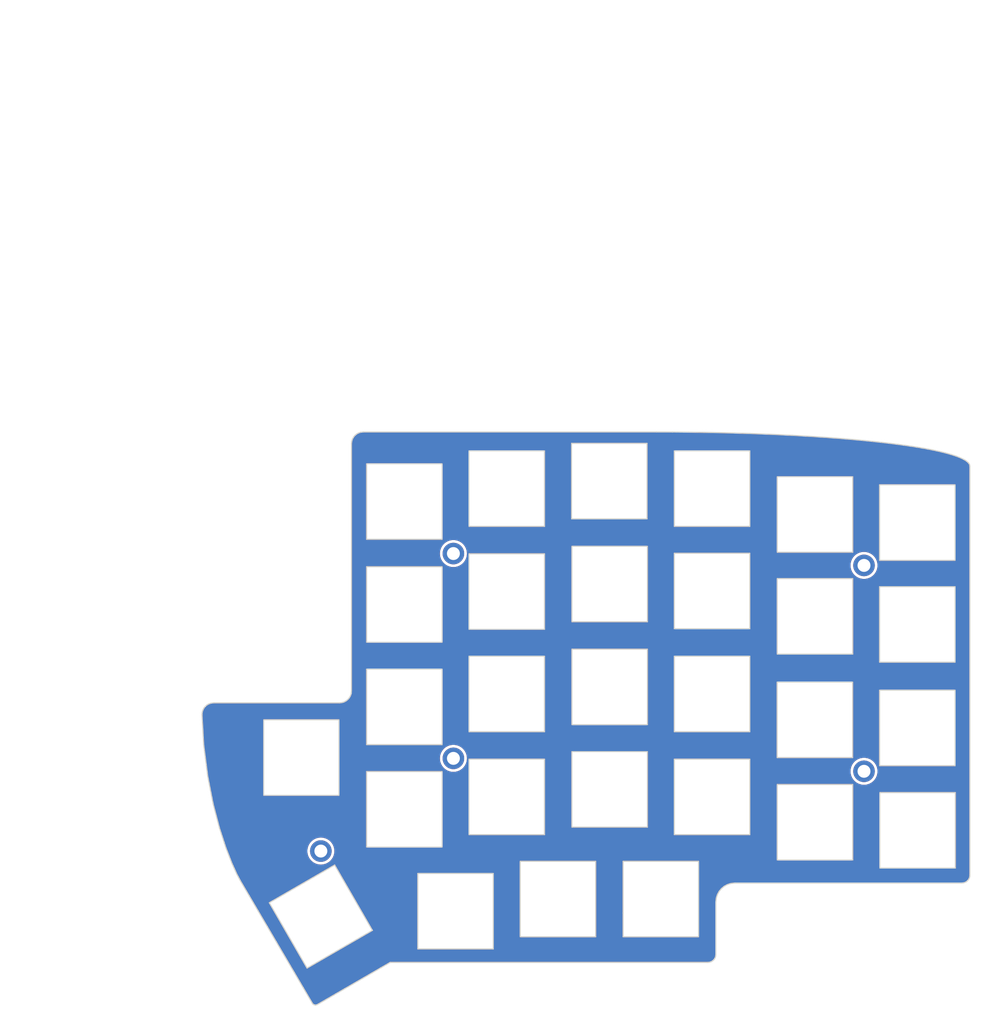
<source format=kicad_pcb>
(kicad_pcb (version 20240108) (generator "pcbnew") (generator_version "8.0")
  (layers (0 "F.Cu" signal) (31 "B.Cu" signal) (34 "B.Paste" user) (35 "F.Paste" user) (36 "B.SilkS" user "B.Silkscreen") (37 "F.SilkS" user "F.Silkscreen") (38 "B.Mask" user) (39 "F.Mask" user) (44 "Edge.Cuts" user))
  (net 0 "")
  (footprint "Lily58-footprint:M2_HOLE_PCB" (layer "F.Cu") (at 129.6 57.7)
    (property "Reference" "REF**" (hide yes))
    (property "Value" "M2_HOLE_PCB")
    (pad "" thru_hole circle (at 0 0) (size 4 4) (drill 2.4) (layers "*.Cu" "*.Mask"))
  )
  (footprint "Lily58-footprint:M2_HOLE_PCB" (layer "F.Cu") (at 205.8 59.9)
    (property "Reference" "REF**" (hide yes))
    (property "Value" "M2_HOLE_PCB")
    (pad "" thru_hole circle (at 0 0) (size 4 4) (drill 2.4) (layers "*.Cu" "*.Mask"))
  )
  (footprint "Lily58-footprint:M2_HOLE_PCB" (layer "F.Cu") (at 205.8 98.1)
    (property "Reference" "REF**" (hide yes))
    (property "Value" "M2_HOLE_PCB")
    (pad "" thru_hole circle (at 0 0) (size 4 4) (drill 2.4) (layers "*.Cu" "*.Mask"))
  )
  (footprint "Lily58-footprint:M2_HOLE_PCB" (layer "F.Cu") (at 129.6 95.7)
    (property "Reference" "REF**" (hide yes))
    (property "Value" "M2_HOLE_PCB")
    (pad "" thru_hole circle (at 0 0) (size 4 4) (drill 2.4) (layers "*.Cu" "*.Mask"))
  )
  (footprint "Lily58-footprint:M2_HOLE_PCB" (layer "F.Cu") (at 105 112.9)
    (property "Reference" "REF**" (hide yes))
    (property "Value" "M2_HOLE_PCB")
    (pad "" thru_hole circle (at 0 0) (size 4 4) (drill 2.4) (layers "*.Cu" "*.Mask"))
  )
  (gr_line (start 225.201917 118.177545) (end 225.018829 118.399497) (stroke (width 0.2)) (layer "Edge.Cuts"))
  (gr_line (start 146.49939 57.749611) (end 146.49939 71.749632) (stroke (width 0.2)) (layer "Edge.Cuts"))
  (gr_line (start 170.600006 76.748342) (end 184.6002 76.748342) (stroke (width 0.2)) (layer "Edge.Cuts"))
  (gr_line (start 187.273528 35.520607) (end 184.568127 35.42085) (stroke (width 0.2)) (layer "Edge.Cuts"))
  (gr_line (start 110.68042 83.193496) (end 110.68042 37.34925) (stroke (width 0.2)) (layer "Edge.Cuts"))
  (gr_line (start 94.399278 88.549371) (end 108.351468 88.549371) (stroke (width 0.2)) (layer "Edge.Cuts"))
  (gr_line (start 141.999031 128.798965) (end 141.999031 114.798944) (stroke (width 0.2)) (layer "Edge.Cuts"))
  (gr_line (start 101.762522 138.311799) (end 103.444199 141.173326) (stroke (width 0.2)) (layer "Edge.Cuts"))
  (gr_line (start 165.600149 75.448293) (end 165.600149 89.448314) (stroke (width 0.2)) (layer "Edge.Cuts"))
  (gr_line (start 175.1 114.8) (end 175.1 128.800465) (stroke (width 0.2)) (layer "Edge.Cuts"))
  (gr_line (start 225.018829 118.399497) (end 224.796877 118.582586) (stroke (width 0.2)) (layer "Edge.Cuts"))
  (gr_line (start 84.2473 100.281204) (end 84.500659 101.572639) (stroke (width 0.2)) (layer "Edge.Cuts"))
  (gr_line (start 146.49939 52.648874) (end 132.499196 52.648874) (stroke (width 0.2)) (layer "Edge.Cuts"))
  (gr_line (start 184.599436 95.849315) (end 184.599436 109.849336) (stroke (width 0.2)) (layer "Edge.Cuts"))
  (gr_line (start 132.499196 52.648874) (end 132.499196 38.648853) (stroke (width 0.2)) (layer "Edge.Cuts"))
  (gr_line (start 88.709186 115.642364) (end 88.937556 116.146652) (stroke (width 0.2)) (layer "Edge.Cuts"))
  (gr_line (start 91.672462 121.142637) (end 93.354139 124.004164) (stroke (width 0.2)) (layer "Edge.Cuts"))
  (gr_line (start 203.685052 95.549381) (end 203.685052 95.549381) (stroke (width 0.2)) (layer "Edge.Cuts"))
  (gr_line (start 113.498895 79.147625) (end 127.499089 79.147625) (stroke (width 0.2)) (layer "Edge.Cuts"))
  (gr_line (start 178.388307 121.63276) (end 178.59209 120.975562) (stroke (width 0.2)) (layer "Edge.Cuts"))
  (gr_line (start 110.036541 84.749502) (end 110.305023 84.423972) (stroke (width 0.2)) (layer "Edge.Cuts"))
  (gr_line (start 85.589059 106.376038) (end 85.879901 107.486303) (stroke (width 0.2)) (layer "Edge.Cuts"))
  (gr_line (start 127.499089 98.15055) (end 127.499089 112.150571) (stroke (width 0.2)) (layer "Edge.Cuts"))
  (gr_line (start 218.437661 38.457556) (end 217.036875 38.191634) (stroke (width 0.2)) (layer "Edge.Cuts"))
  (gr_line (start 189.699873 57.449463) (end 189.699873 43.449442) (stroke (width 0.2)) (layer "Edge.Cuts"))
  (gr_line (start 127.499089 55.049168) (end 113.498895 55.049168) (stroke (width 0.2)) (layer "Edge.Cuts"))
  (gr_line (start 179.3418 119.86312) (end 179.859689 119.435914) (stroke (width 0.2)) (layer "Edge.Cuts"))
  (gr_line (start 127.500106 60.150456) (end 127.500106 74.150477) (stroke (width 0.2)) (layer "Edge.Cuts"))
  (gr_line (start 224.787842 40.517904) (end 224.276387 40.20504) (stroke (width 0.2)) (layer "Edge.Cuts"))
  (gr_line (start 199.805571 36.219338) (end 197.443967 36.054257) (stroke (width 0.2)) (layer "Edge.Cuts"))
  (gr_line (start 113.498895 55.049168) (end 113.498895 41.049147) (stroke (width 0.2)) (layer "Edge.Cuts"))
  (gr_line (start 83.433777 94.603198) (end 83.620498 96.065389) (stroke (width 0.2)) (layer "Edge.Cuts"))
  (gr_line (start 165.599007 108.448529) (end 151.598813 108.448529) (stroke (width 0.2)) (layer "Edge.Cuts"))
  (gr_line (start 203.700067 57.449463) (end 203.700067 57.449463) (stroke (width 0.2)) (layer "Edge.Cuts"))
  (gr_line (start 146.49939 52.648874) (end 146.49939 52.648874) (stroke (width 0.2)) (layer "Edge.Cuts"))
  (gr_line (start 165.600149 70.350095) (end 151.599955 70.350095) (stroke (width 0.2)) (layer "Edge.Cuts"))
  (gr_line (start 87.367427 112.271308) (end 87.645775 112.988) (stroke (width 0.2)) (layer "Edge.Cuts"))
  (gr_line (start 225.457916 41.485605) (end 225.457916 117.338584) (stroke (width 0.2)) (layer "Edge.Cuts"))
  (gr_line (start 176.119518 35.208709) (end 173.204655 35.168364) (stroke (width 0.2)) (layer "Edge.Cuts"))
  (gr_line (start 82.936283 87.59573) (end 83.013976 88.982049) (stroke (width 0.2)) (layer "Edge.Cuts"))
  (gr_line (start 170.599242 95.849315) (end 184.599436 95.849315) (stroke (width 0.2)) (layer "Edge.Cuts"))
  (gr_line (start 208.697755 58.949338) (end 208.697755 44.948872) (stroke (width 0.2)) (layer "Edge.Cuts"))
  (gr_line (start 208.697755 44.948872) (end 222.69822 44.948872) (stroke (width 0.2)) (layer "Edge.Cuts"))
  (gr_line (start 132.499196 38.648853) (end 146.49939 38.648853) (stroke (width 0.2)) (layer "Edge.Cuts"))
  (gr_line (start 132.499196 57.749611) (end 146.49939 57.749611) (stroke (width 0.2)) (layer "Edge.Cuts"))
  (gr_line (start 225.340133 117.922737) (end 225.201917 118.177545) (stroke (width 0.2)) (layer "Edge.Cuts"))
  (gr_line (start 127.499089 93.147646) (end 113.498895 93.147646) (stroke (width 0.2)) (layer "Edge.Cuts"))
  (gr_line (start 165.599007 108.448529) (end 165.599007 108.448529) (stroke (width 0.2)) (layer "Edge.Cuts"))
  (gr_line (start 127.499089 112.150571) (end 127.499089 112.150571) (stroke (width 0.2)) (layer "Edge.Cuts"))
  (gr_line (start 224.276387 40.20504) (end 223.626956 39.897689) (stroke (width 0.2)) (layer "Edge.Cuts"))
  (gr_line (start 165.529285 37.259475) (end 165.529285 51.259497) (stroke (width 0.2)) (layer "Edge.Cuts"))
  (gr_line (start 112.436447 35.180267) (end 112.880028 35.135611) (stroke (width 0.2)) (layer "Edge.Cuts"))
  (gr_line (start 222.69822 58.949338) (end 208.697755 58.949338) (stroke (width 0.2)) (layer "Edge.Cuts"))
  (gr_line (start 184.604097 52.648874) (end 170.603903 52.648874) (stroke (width 0.2)) (layer "Edge.Cuts"))
  (gr_line (start 127.499089 112.150571) (end 113.498895 112.150571) (stroke (width 0.2)) (layer "Edge.Cuts"))
  (gr_line (start 184.598166 71.649088) (end 184.598166 71.649088) (stroke (width 0.2)) (layer "Edge.Cuts"))
  (gr_line (start 203.698925 76.349563) (end 203.698925 76.349563) (stroke (width 0.2)) (layer "Edge.Cuts"))
  (gr_line (start 203.699937 114.548326) (end 203.699937 114.548326) (stroke (width 0.2)) (layer "Edge.Cuts"))
  (gr_line (start 165.599007 94.448508) (end 165.599007 108.448529) (stroke (width 0.2)) (layer "Edge.Cuts"))
  (gr_line (start 161.099535 124.372747) (end 161.099535 114.8) (stroke (width 0.2)) (layer "Edge.Cuts"))
  (gr_line (start 225.427469 117.64108) (end 225.340133 117.922737) (stroke (width 0.2)) (layer "Edge.Cuts"))
  (gr_line (start 107.806063 139.380328) (end 109.481758 138.410189) (stroke (width 0.2)) (layer "Edge.Cuts"))
  (gr_line (start 146.49939 71.749632) (end 132.499196 71.749632) (stroke (width 0.2)) (layer "Edge.Cuts"))
  (gr_line (start 203.685052 81.54936) (end 203.685052 95.549381) (stroke (width 0.2)) (layer "Edge.Cuts"))
  (gr_line (start 225.382249 41.158584) (end 225.157677 40.835884) (stroke (width 0.2)) (layer "Edge.Cuts"))
  (gr_line (start 225.157677 40.835884) (end 224.787842 40.517904) (stroke (width 0.2)) (layer "Edge.Cuts"))
  (gr_line (start 132.499196 71.749632) (end 132.499196 57.749611) (stroke (width 0.2)) (layer "Edge.Cuts"))
  (gr_line (start 83.898784 85.765395) (end 83.574355 86.032485) (stroke (width 0.2)) (layer "Edge.Cuts"))
  (gr_line (start 83.307614 86.357346) (end 83.106839 86.731697) (stroke (width 0.2)) (layer "Edge.Cuts"))
  (gr_line (start 110.853137 36.478855) (end 110.725068 36.89195) (stroke (width 0.2)) (layer "Edge.Cuts"))
  (gr_line (start 184.604097 52.648874) (end 184.604097 52.648874) (stroke (width 0.2)) (layer "Edge.Cuts"))
  (gr_line (start 195.006317 35.901446) (end 192.496266 35.761303) (stroke (width 0.2)) (layer "Edge.Cuts"))
  (gr_line (start 203.700067 43.449442) (end 203.700067 57.449463) (stroke (width 0.2)) (layer "Edge.Cuts"))
  (gr_line (start 151.598813 108.448529) (end 151.598813 94.448508) (stroke (width 0.2)) (layer "Edge.Cuts"))
  (gr_line (start 184.598166 57.649067) (end 184.598166 71.649088) (stroke (width 0.2)) (layer "Edge.Cuts"))
  (gr_line (start 86.469914 109.515254) (end 86.769085 110.433938) (stroke (width 0.2)) (layer "Edge.Cuts"))
  (gr_line (start 203.699937 114.548326) (end 189.699743 114.548326) (stroke (width 0.2)) (layer "Edge.Cuts"))
  (gr_line (start 208.418675 36.994411) (end 206.397682 36.784225) (stroke (width 0.2)) (layer "Edge.Cuts"))
  (gr_line (start 89.990785 118.28111) (end 91.672462 121.142637) (stroke (width 0.2)) (layer "Edge.Cuts"))
  (gr_line (start 223.626956 39.897689) (end 222.843192 39.596251) (stroke (width 0.2)) (layer "Edge.Cuts"))
  (gr_line (start 102.437231 134.611113) (end 95.43722 122.486739) (stroke (width 0.2)) (layer "Edge.Cuts"))
  (gr_line (start 111.649772 35.511076) (end 111.3243 35.779605) (stroke (width 0.2)) (layer "Edge.Cuts"))
  (gr_line (start 104.022958 141.472149) (end 104.146472 141.461525) (stroke (width 0.2)) (layer "Edge.Cuts"))
  (gr_line (start 107.561744 115.486642) (end 114.561755 127.611016) (stroke (width 0.2)) (layer "Edge.Cuts"))
  (gr_line (start 146.500282 109.849122) (end 146.500282 109.849122) (stroke (width 0.2)) (layer "Edge.Cuts"))
  (gr_line (start 220.887236 39.012696) (end 219.722329 38.731375) (stroke (width 0.2)) (layer "Edge.Cuts"))
  (gr_line (start 83.106839 86.731697) (end 82.980305 87.147252) (stroke (width 0.2)) (layer "Edge.Cuts"))
  (gr_line (start 111.157452 137.44005) (end 112.833147 136.469911) (stroke (width 0.2)) (layer "Edge.Cuts"))
  (gr_line (start 165.529285 51.259497) (end 151.529091 51.259497) (stroke (width 0.2)) (layer "Edge.Cuts"))
  (gr_line (start 113.499912 60.150456) (end 127.500106 60.150456) (stroke (width 0.2)) (layer "Edge.Cuts"))
  (gr_line (start 161.099535 128.800465) (end 161.099535 124.372747) (stroke (width 0.2)) (layer "Edge.Cuts"))
  (gr_line (start 108.480812 85.393496) (end 108.924394 85.34884) (stroke (width 0.2)) (layer "Edge.Cuts"))
  (gr_line (start 184.598166 71.649088) (end 170.597972 71.649088) (stroke (width 0.2)) (layer "Edge.Cuts"))
  (gr_line (start 170.603903 38.648853) (end 184.604097 38.648853) (stroke (width 0.2)) (layer "Edge.Cuts"))
  (gr_line (start 127.499089 93.147646) (end 127.499089 93.147646) (stroke (width 0.2)) (layer "Edge.Cuts"))
  (gr_line (start 112.833147 136.469911) (end 114.508841 135.499772) (stroke (width 0.2)) (layer "Edge.Cuts"))
  (gr_line (start 89.543534 117.436698) (end 89.692772 117.718169) (stroke (width 0.2)) (layer "Edge.Cuts"))
  (gr_line (start 122.998474 117.049379) (end 136.998669 117.049379) (stroke (width 0.2)) (layer "Edge.Cuts"))
  (gr_line (start 151.529091 51.259497) (end 151.529091 37.259475) (stroke (width 0.2)) (layer "Edge.Cuts"))
  (gr_line (start 178.199481 132.64466) (end 178.061265 132.899468) (stroke (width 0.2)) (layer "Edge.Cuts"))
  (gr_line (start 155.999226 114.798944) (end 155.999226 128.798965) (stroke (width 0.2)) (layer "Edge.Cuts"))
  (gr_line (start 225.457916 41.485605) (end 225.382249 41.158584) (stroke (width 0.2)) (layer "Edge.Cuts"))
  (gr_line (start 83.993942 98.98977) (end 84.2473 100.281204) (stroke (width 0.2)) (layer "Edge.Cuts"))
  (gr_line (start 222.69822 63.850249) (end 222.69822 77.848175) (stroke (width 0.2)) (layer "Edge.Cuts"))
  (gr_line (start 151.529091 37.259475) (end 165.529285 37.259475) (stroke (width 0.2)) (layer "Edge.Cuts"))
  (gr_line (start 110.635773 83.637157) (end 110.68042 83.193496) (stroke (width 0.2)) (layer "Edge.Cuts"))
  (gr_line (start 87.645775 112.988) (end 87.924122 113.704692) (stroke (width 0.2)) (layer "Edge.Cuts"))
  (gr_line (start 177.11976 133.530061) (end 176.817264 133.560508) (stroke (width 0.2)) (layer "Edge.Cuts"))
  (gr_line (start 224.796877 118.582586) (end 224.542068 118.720802) (stroke (width 0.2)) (layer "Edge.Cuts"))
  (gr_line (start 82.980305 87.147252) (end 82.936288 87.59573) (stroke (width 0.2)) (layer "Edge.Cuts"))
  (gr_line (start 127.500106 74.150477) (end 113.499912 74.150477) (stroke (width 0.2)) (layer "Edge.Cuts"))
  (gr_line (start 113.498895 41.049147) (end 127.499089 41.049147) (stroke (width 0.2)) (layer "Edge.Cuts"))
  (gr_line (start 222.843192 39.596251) (end 221.928738 39.30112) (stroke (width 0.2)) (layer "Edge.Cuts"))
  (gr_line (start 95.43722 122.486739) (end 107.561744 115.486642) (stroke (width 0.2)) (layer "Edge.Cuts"))
  (gr_line (start 146.500282 109.849122) (end 132.500088 109.849122) (stroke (width 0.2)) (layer "Edge.Cuts"))
  (gr_line (start 222.700108 97.050562) (end 208.699914 97.050562) (stroke (width 0.2)) (layer "Edge.Cuts"))
  (gr_line (start 109.481758 138.410189) (end 111.157452 137.44005) (stroke (width 0.2)) (layer "Edge.Cuts"))
  (gr_line (start 165.529285 51.259497) (end 165.529285 51.259497) (stroke (width 0.2)) (layer "Edge.Cuts"))
  (gr_line (start 189.699743 114.548326) (end 189.699743 100.548305) (stroke (width 0.2)) (layer "Edge.Cuts"))
  (gr_line (start 93.354139 124.004164) (end 95.035815 126.865691) (stroke (width 0.2)) (layer "Edge.Cuts"))
  (gr_line (start 155.999226 128.798965) (end 141.999031 128.798965) (stroke (width 0.2)) (layer "Edge.Cuts"))
  (gr_line (start 217.036875 38.191634) (end 215.523614 37.934008) (stroke (width 0.2)) (layer "Edge.Cuts"))
  (gr_line (start 208.74869 116.049248) (end 208.74869 102.049227) (stroke (width 0.2)) (layer "Edge.Cuts"))
  (gr_line (start 222.700108 83.050541) (end 222.700108 97.050562) (stroke (width 0.2)) (layer "Edge.Cuts"))
  (gr_line (start 104.273955 141.420283) (end 104.454674 141.320606) (stroke (width 0.2)) (layer "Edge.Cuts"))
  (gr_line (start 103.690268 141.386487) (end 103.801432 141.437539) (stroke (width 0.2)) (layer "Edge.Cuts"))
  (gr_line (start 87.068256 111.352623) (end 87.367427 112.271308) (stroke (width 0.2)) (layer "Edge.Cuts"))
  (gr_line (start 108.351468 102.549392) (end 94.399278 102.549392) (stroke (width 0.2)) (layer "Edge.Cuts"))
  (gr_line (start 177.656225 133.304509) (end 177.401416 133.442725) (stroke (width 0.2)) (layer "Edge.Cuts"))
  (gr_line (start 113.499912 74.150477) (end 113.499912 60.150456) (stroke (width 0.2)) (layer "Edge.Cuts"))
  (gr_line (start 177.878177 133.121421) (end 177.656225 133.304509) (stroke (width 0.2)) (layer "Edge.Cuts"))
  (gr_line (start 85.298217 105.265772) (end 85.589059 106.376038) (stroke (width 0.2)) (layer "Edge.Cuts"))
  (gr_line (start 170.600006 90.748363) (end 170.600006 76.748342) (stroke (width 0.2)) (layer "Edge.Cuts"))
  (gr_line (start 110.305023 84.423972) (end 110.507703 84.050253) (stroke (width 0.2)) (layer "Edge.Cuts"))
  (gr_line (start 84.754017 102.864073) (end 85.007376 104.155507) (stroke (width 0.2)) (layer "Edge.Cuts"))
  (gr_line (start 108.351468 88.549371) (end 108.351468 102.549392) (stroke (width 0.2)) (layer "Edge.Cuts"))
  (gr_line (start 189.699743 100.548305) (end 203.699937 100.548305) (stroke (width 0.2)) (layer "Edge.Cuts"))
  (gr_line (start 213.90152 37.685076) (end 212.174237 37.445233) (stroke (width 0.2)) (layer "Edge.Cuts"))
  (gr_line (start 222.69822 77.848175) (end 208.697755 77.848175) (stroke (width 0.2)) (layer "Edge.Cuts"))
  (gr_line (start 215.523614 37.934008) (end 213.90152 37.685076) (stroke (width 0.2)) (layer "Edge.Cuts"))
  (gr_line (start 210.345407 37.214879) (end 208.418675 36.994411) (stroke (width 0.2)) (layer "Edge.Cuts"))
  (gr_line (start 103.801432 141.437539) (end 103.909017 141.470991) (stroke (width 0.2)) (layer "Edge.Cuts"))
  (gr_line (start 189.699873 43.449442) (end 203.700067 43.449442) (stroke (width 0.2)) (layer "Edge.Cuts"))
  (gr_line (start 208.699914 83.050541) (end 222.700108 83.050541) (stroke (width 0.2)) (layer "Edge.Cuts"))
  (gr_line (start 83.574355 86.032485) (end 83.307614 86.357346) (stroke (width 0.2)) (layer "Edge.Cuts"))
  (gr_line (start 83.091669 90.368368) (end 83.169362 91.754688) (stroke (width 0.2)) (layer "Edge.Cuts"))
  (gr_line (start 86.170742 108.596569) (end 86.469914 109.515254) (stroke (width 0.2)) (layer "Edge.Cuts"))
  (gr_line (start 127.499089 55.049168) (end 127.499089 55.049168) (stroke (width 0.2)) (layer "Edge.Cuts"))
  (gr_line (start 83.169362 91.754688) (end 83.247055 93.141007) (stroke (width 0.2)) (layer "Edge.Cuts"))
  (gr_line (start 88.202469 114.421385) (end 88.480816 115.138077) (stroke (width 0.2)) (layer "Edge.Cuts"))
  (gr_line (start 224.542068 118.720802) (end 224.260412 118.808137) (stroke (width 0.2)) (layer "Edge.Cuts"))
  (gr_line (start 203.685052 95.549381) (end 189.684858 95.549381) (stroke (width 0.2)) (layer "Edge.Cuts"))
  (gr_line (start 206.397682 36.784225) (end 204.286071 36.584719) (stroke (width 0.2)) (layer "Edge.Cuts"))
  (gr_line (start 96.717492 129.727218) (end 98.399169 132.588745) (stroke (width 0.2)) (layer "Edge.Cuts"))
  (gr_line (start 178.59209 120.975562) (end 178.914594 120.381009) (stroke (width 0.2)) (layer "Edge.Cuts"))
  (gr_line (start 222.748884 102.049227) (end 222.748884 116.049248) (stroke (width 0.2)) (layer "Edge.Cuts"))
  (gr_line (start 83.013976 88.982049) (end 83.091669 90.368368) (stroke (width 0.2)) (layer "Edge.Cuts"))
  (gr_line (start 170.603903 52.648874) (end 170.603903 38.648853) (stroke (width 0.2)) (layer "Edge.Cuts"))
  (gr_line (start 165.600149 89.448314) (end 165.600149 89.448314) (stroke (width 0.2)) (layer "Edge.Cuts"))
  (gr_line (start 189.684858 95.549381) (end 189.684858 81.54936) (stroke (width 0.2)) (layer "Edge.Cuts"))
  (gr_line (start 85.135449 85.393594) (end 84.687607 85.437666) (stroke (width 0.2)) (layer "Edge.Cuts"))
  (gr_line (start 203.698925 62.349542) (end 203.698925 76.349563) (stroke (width 0.2)) (layer "Edge.Cuts"))
  (gr_line (start 151.598813 94.448508) (end 165.599007 94.448508) (stroke (width 0.2)) (layer "Edge.Cuts"))
  (gr_line (start 208.697755 77.848175) (end 208.697755 63.850249) (stroke (width 0.2)) (layer "Edge.Cuts"))
  (gr_line (start 181.11144 118.909627) (end 181.817264 118.838584) (stroke (width 0.2)) (layer "Edge.Cuts"))
  (gr_line (start 104.454674 141.320606) (end 106.130369 140.350467) (stroke (width 0.2)) (layer "Edge.Cuts"))
  (gr_line (start 222.700108 97.050562) (end 222.700108 97.050562) (stroke (width 0.2)) (layer "Edge.Cuts"))
  (gr_line (start 202.087487 36.396291) (end 199.805571 36.219338) (stroke (width 0.2)) (layer "Edge.Cuts"))
  (gr_line (start 184.6002 90.748363) (end 170.600006 90.748363) (stroke (width 0.2)) (layer "Edge.Cuts"))
  (gr_line (start 83.620498 96.065389) (end 83.80722 97.527579) (stroke (width 0.2)) (layer "Edge.Cuts"))
  (gr_line (start 221.928738 39.30112) (end 220.887236 39.012696) (stroke (width 0.2)) (layer "Edge.Cuts"))
  (gr_line (start 180.454242 119.11341) (end 181.11144 118.909627) (stroke (width 0.2)) (layer "Edge.Cuts"))
  (gr_line (start 85.007376 104.155507) (end 85.298217 105.265772) (stroke (width 0.2)) (layer "Edge.Cuts"))
  (gr_line (start 184.599436 109.849336) (end 170.599242 109.849336) (stroke (width 0.2)) (layer "Edge.Cuts"))
  (gr_line (start 86.769085 110.433938) (end 87.068256 111.352623) (stroke (width 0.2)) (layer "Edge.Cuts"))
  (gr_line (start 189.698731 76.349563) (end 189.698731 62.349542) (stroke (width 0.2)) (layer "Edge.Cuts"))
  (gr_line (start 132.500088 109.849122) (end 132.500088 95.849101) (stroke (width 0.2)) (layer "Edge.Cuts"))
  (gr_line (start 204.286071 36.584719) (end 202.087487 36.396291) (stroke (width 0.2)) (layer "Edge.Cuts"))
  (gr_line (start 114.561755 127.611016) (end 102.437231 134.611113) (stroke (width 0.2)) (layer "Edge.Cuts"))
  (gr_line (start 170.246534 35.143866) (end 173.204655 35.168364) (stroke (width 0.2)) (layer "Edge.Cuts"))
  (gr_line (start 208.699914 97.050562) (end 208.699914 83.050541) (stroke (width 0.2)) (layer "Edge.Cuts"))
  (gr_line (start 88.480816 115.138077) (end 88.709186 115.642364) (stroke (width 0.2)) (layer "Edge.Cuts"))
  (gr_line (start 208.697755 63.850249) (end 222.69822 63.850249) (stroke (width 0.2)) (layer "Edge.Cuts"))
  (gr_line (start 184.599436 109.849336) (end 184.599436 109.849336) (stroke (width 0.2)) (layer "Edge.Cuts"))
  (gr_line (start 170.599242 109.849336) (end 170.599242 95.849315) (stroke (width 0.2)) (layer "Edge.Cuts"))
  (gr_line (start 127.500106 74.150477) (end 127.500106 74.150477) (stroke (width 0.2)) (layer "Edge.Cuts"))
  (gr_line (start 146.500282 90.750611) (end 146.500282 90.750611) (stroke (width 0.2)) (layer "Edge.Cuts"))
  (gr_line (start 179.859689 119.435914) (end 180.454242 119.11341) (stroke (width 0.2)) (layer "Edge.Cuts"))
  (gr_line (start 116.184535 134.529634) (end 117.86023 133.559495) (stroke (width 0.2)) (layer "Edge.Cuts"))
  (gr_line (start 161.099535 114.8) (end 175.1 114.8) (stroke (width 0.2)) (layer "Edge.Cuts"))
  (gr_line (start 132.500088 90.750611) (end 132.500088 76.75059) (stroke (width 0.2)) (layer "Edge.Cuts"))
  (gr_line (start 146.49939 38.648853) (end 146.49939 52.648874) (stroke (width 0.2)) (layer "Edge.Cuts"))
  (gr_line (start 151.599955 75.448293) (end 165.600149 75.448293) (stroke (width 0.2)) (layer "Edge.Cuts"))
  (gr_line (start 178.286817 132.363004) (end 178.317264 132.082902) (stroke (width 0.2)) (layer "Edge.Cuts"))
  (gr_line (start 222.69822 44.948872) (end 222.69822 58.949338) (stroke (width 0.2)) (layer "Edge.Cuts"))
  (gr_line (start 83.80722 97.527579) (end 83.993942 98.98977) (stroke (width 0.2)) (layer "Edge.Cuts"))
  (gr_line (start 181.817264 118.838584) (end 223.957916 118.838584) (stroke (width 0.2)) (layer "Edge.Cuts"))
  (gr_line (start 98.399169 132.588745) (end 100.080845 135.450272) (stroke (width 0.2)) (layer "Edge.Cuts"))
  (gr_line (start 212.174237 37.445233) (end 210.345407 37.214879) (stroke (width 0.2)) (layer "Edge.Cuts"))
  (gr_line (start 177.401416 133.442725) (end 177.11976 133.530061) (stroke (width 0.2)) (layer "Edge.Cuts"))
  (gr_line (start 151.599955 56.350074) (end 165.600149 56.350074) (stroke (width 0.2)) (layer "Edge.Cuts"))
  (gr_line (start 117.861089 133.560508) (end 176.817264 133.560508) (stroke (width 0.2)) (layer "Edge.Cuts"))
  (gr_line (start 89.842011 117.999639) (end 89.99125 118.28111) (stroke (width 0.2)) (layer "Edge.Cuts"))
  (gr_line (start 203.700067 57.449463) (end 189.699873 57.449463) (stroke (width 0.2)) (layer "Edge.Cuts"))
  (gr_line (start 84.687607 85.437666) (end 84.272627 85.564361) (stroke (width 0.2)) (layer "Edge.Cuts"))
  (gr_line (start 112.436447 35.180267) (end 112.023424 35.308359) (stroke (width 0.2)) (layer "Edge.Cuts"))
  (gr_line (start 184.6002 76.748342) (end 184.6002 90.748363) (stroke (width 0.2)) (layer "Edge.Cuts"))
  (gr_line (start 222.748884 116.049248) (end 208.74869 116.049248) (stroke (width 0.2)) (layer "Edge.Cuts"))
  (gr_line (start 89.165926 116.650939) (end 89.394295 117.155227) (stroke (width 0.2)) (layer "Edge.Cuts"))
  (gr_line (start 84.272627 85.564361) (end 83.898784 85.765395) (stroke (width 0.2)) (layer "Edge.Cuts"))
  (gr_line (start 109.337416 85.220748) (end 109.711069 85.018031) (stroke (width 0.2)) (layer "Edge.Cuts"))
  (gr_line (start 192.496266 35.761303) (end 189.917455 35.634224) (stroke (width 0.2)) (layer "Edge.Cuts"))
  (gr_line (start 146.500282 90.750611) (end 132.500088 90.750611) (stroke (width 0.2)) (layer "Edge.Cuts"))
  (gr_line (start 224.260412 118.808137) (end 223.957916 118.838584) (stroke (width 0.2)) (layer "Edge.Cuts"))
  (gr_line (start 189.917455 35.634224) (end 187.273528 35.520607) (stroke (width 0.2)) (layer "Edge.Cuts"))
  (gr_line (start 108.351468 102.549392) (end 108.351468 102.549392) (stroke (width 0.2)) (layer "Edge.Cuts"))
  (gr_line (start 127.499089 79.147625) (end 127.499089 93.147646) (stroke (width 0.2)) (layer "Edge.Cuts"))
  (gr_line (start 165.600149 70.350095) (end 165.600149 70.350095) (stroke (width 0.2)) (layer "Edge.Cuts"))
  (gr_line (start 141.999031 114.798944) (end 155.999226 114.798944) (stroke (width 0.2)) (layer "Edge.Cuts"))
  (gr_line (start 85.879901 107.486303) (end 86.170742 108.596569) (stroke (width 0.2)) (layer "Edge.Cuts"))
  (gr_line (start 178.914594 120.381009) (end 179.3418 119.86312) (stroke (width 0.2)) (layer "Edge.Cuts"))
  (gr_line (start 189.698731 62.349542) (end 203.698925 62.349542) (stroke (width 0.2)) (layer "Edge.Cuts"))
  (gr_line (start 109.711069 85.018031) (end 110.036541 84.749502) (stroke (width 0.2)) (layer "Edge.Cuts"))
  (gr_line (start 110.725068 36.89195) (end 110.68042 37.34925) (stroke (width 0.2)) (layer "Edge.Cuts"))
  (gr_line (start 103.539842 141.291766) (end 103.690268 141.386487) (stroke (width 0.2)) (layer "Edge.Cuts"))
  (gr_line (start 113.498895 93.147646) (end 113.498895 79.147625) (stroke (width 0.2)) (layer "Edge.Cuts"))
  (gr_line (start 155.999226 128.798965) (end 155.999226 128.798965) (stroke (width 0.2)) (layer "Edge.Cuts"))
  (gr_line (start 165.600149 56.350074) (end 165.600149 70.350095) (stroke (width 0.2)) (layer "Edge.Cuts"))
  (gr_line (start 146.500282 95.849101) (end 146.500282 109.849122) (stroke (width 0.2)) (layer "Edge.Cuts"))
  (gr_line (start 203.699937 100.548305) (end 203.699937 114.548326) (stroke (width 0.2)) (layer "Edge.Cuts"))
  (gr_line (start 83.247055 93.141007) (end 83.433777 94.603198) (stroke (width 0.2)) (layer "Edge.Cuts"))
  (gr_line (start 175.1 128.800465) (end 161.099535 128.800465) (stroke (width 0.2)) (layer "Edge.Cuts"))
  (gr_line (start 170.597972 57.649067) (end 184.598166 57.649067) (stroke (width 0.2)) (layer "Edge.Cuts"))
  (gr_line (start 170.597972 71.649088) (end 170.597972 57.649067) (stroke (width 0.2)) (layer "Edge.Cuts"))
  (gr_line (start 100.080845 135.450272) (end 101.762522 138.311799) (stroke (width 0.2)) (layer "Edge.Cuts"))
  (gr_line (start 222.748884 116.049248) (end 222.748884 116.049248) (stroke (width 0.2)) (layer "Edge.Cuts"))
  (gr_line (start 85.135693 85.393398) (end 108.480785 85.393594) (stroke (width 0.2)) (layer "Edge.Cuts"))
  (gr_line (start 184.604097 38.648853) (end 184.604097 52.648874) (stroke (width 0.2)) (layer "Edge.Cuts"))
  (gr_line (start 122.998474 131.0494) (end 122.998474 117.049379) (stroke (width 0.2)) (layer "Edge.Cuts"))
  (gr_line (start 94.399278 102.549392) (end 94.399278 88.549371) (stroke (width 0.2)) (layer "Edge.Cuts"))
  (gr_line (start 95.035815 126.865691) (end 96.717492 129.727218) (stroke (width 0.2)) (layer "Edge.Cuts"))
  (gr_line (start 113.498895 112.150571) (end 113.498895 98.15055) (stroke (width 0.2)) (layer "Edge.Cuts"))
  (gr_line (start 197.443967 36.054257) (end 195.006317 35.901446) (stroke (width 0.2)) (layer "Edge.Cuts"))
  (gr_line (start 104.146472 141.461525) (end 104.273955 141.420283) (stroke (width 0.2)) (layer "Edge.Cuts"))
  (gr_line (start 178.987479 35.264503) (end 176.119518 35.208709) (stroke (width 0.2)) (layer "Edge.Cuts"))
  (gr_line (start 114.508841 135.499772) (end 116.184535 134.529634) (stroke (width 0.2)) (layer "Edge.Cuts"))
  (gr_line (start 151.599955 70.350095) (end 151.599955 56.350074) (stroke (width 0.2)) (layer "Edge.Cuts"))
  (gr_line (start 208.74869 102.049227) (end 222.748884 102.049227) (stroke (width 0.2)) (layer "Edge.Cuts"))
  (gr_line (start 151.599955 89.448314) (end 151.599955 75.448293) (stroke (width 0.2)) (layer "Edge.Cuts"))
  (gr_line (start 89.394295 117.155227) (end 89.543534 117.436698) (stroke (width 0.2)) (layer "Edge.Cuts"))
  (gr_line (start 165.600149 89.448314) (end 151.599955 89.448314) (stroke (width 0.2)) (layer "Edge.Cuts"))
  (gr_line (start 136.998669 117.049379) (end 136.998669 131.0494) (stroke (width 0.2)) (layer "Edge.Cuts"))
  (gr_line (start 108.924394 85.34884) (end 109.337416 85.220748) (stroke (width 0.2)) (layer "Edge.Cuts"))
  (gr_line (start 114.561755 127.611016) (end 114.561755 127.611016) (stroke (width 0.2)) (layer "Edge.Cuts"))
  (gr_line (start 111.055818 36.105136) (end 110.853137 36.478855) (stroke (width 0.2)) (layer "Edge.Cuts"))
  (gr_line (start 132.500088 76.75059) (end 146.500282 76.75059) (stroke (width 0.2)) (layer "Edge.Cuts"))
  (gr_line (start 106.130369 140.350467) (end 107.806063 139.380328) (stroke (width 0.2)) (layer "Edge.Cuts"))
  (gr_line (start 89.692772 117.718169) (end 89.842011 117.999639) (stroke (width 0.2)) (layer "Edge.Cuts"))
  (gr_line (start 84.500659 101.572639) (end 84.754017 102.864073) (stroke (width 0.2)) (layer "Edge.Cuts"))
  (gr_line (start 112.023424 35.308359) (end 111.649772 35.511076) (stroke (width 0.2)) (layer "Edge.Cuts"))
  (gr_line (start 111.055818 36.105136) (end 111.3243 35.779605) (stroke (width 0.2)) (layer "Edge.Cuts"))
  (gr_line (start 178.317264 132.082902) (end 178.317264 122.338584) (stroke (width 0.2)) (layer "Edge.Cuts"))
  (gr_line (start 225.457916 117.338584) (end 225.427469 117.64108) (stroke (width 0.2)) (layer "Edge.Cuts"))
  (gr_line (start 219.722329 38.731375) (end 218.437661 38.457556) (stroke (width 0.2)) (layer "Edge.Cuts"))
  (gr_line (start 88.937556 116.146652) (end 89.165926 116.650939) (stroke (width 0.2)) (layer "Edge.Cuts"))
  (gr_line (start 203.698925 76.349563) (end 189.698731 76.349563) (stroke (width 0.2)) (layer "Edge.Cuts"))
  (gr_line (start 167.248797 35.135611) (end 170.246534 35.143866) (stroke (width 0.2)) (layer "Edge.Cuts"))
  (gr_line (start 132.500088 95.849101) (end 146.500282 95.849101) (stroke (width 0.2)) (layer "Edge.Cuts"))
  (gr_line (start 127.499089 41.049147) (end 127.499089 55.049168) (stroke (width 0.2)) (layer "Edge.Cuts"))
  (gr_line (start 146.500282 76.75059) (end 146.500282 90.750611) (stroke (width 0.2)) (layer "Edge.Cuts"))
  (gr_line (start 181.804897 35.335349) (end 178.987479 35.264503) (stroke (width 0.2)) (layer "Edge.Cuts"))
  (gr_line (start 136.998669 131.0494) (end 136.998669 131.0494) (stroke (width 0.2)) (layer "Edge.Cuts"))
  (gr_line (start 110.507703 84.050253) (end 110.635773 83.637157) (stroke (width 0.2)) (layer "Edge.Cuts"))
  (gr_line (start 178.317264 122.338584) (end 178.388307 121.63276) (stroke (width 0.2)) (layer "Edge.Cuts"))
  (gr_line (start 184.6002 90.748363) (end 184.6002 90.748363) (stroke (width 0.2)) (layer "Edge.Cuts"))
  (gr_line (start 184.568127 35.42085) (end 181.804897 35.335349) (stroke (width 0.2)) (layer "Edge.Cuts"))
  (gr_line (start 103.444199 141.173326) (end 103.539842 141.291766) (stroke (width 0.2)) (layer "Edge.Cuts"))
  (gr_line (start 178.286817 132.363004) (end 178.199481 132.64466) (stroke (width 0.2)) (layer "Edge.Cuts"))
  (gr_line (start 87.924122 113.704692) (end 88.202469 114.421385) (stroke (width 0.2)) (layer "Edge.Cuts"))
  (gr_line (start 146.49939 71.749632) (end 146.49939 71.749632) (stroke (width 0.2)) (layer "Edge.Cuts"))
  (gr_line (start 113.498895 98.15055) (end 127.499089 98.15055) (stroke (width 0.2)) (layer "Edge.Cuts"))
  (gr_line (start 178.061265 132.899468) (end 177.878177 133.121421) (stroke (width 0.2)) (layer "Edge.Cuts"))
  (gr_line (start 189.684858 81.54936) (end 203.685052 81.54936) (stroke (width 0.2)) (layer "Edge.Cuts"))
  (gr_line (start 136.998669 131.0494) (end 122.998474 131.0494) (stroke (width 0.2)) (layer "Edge.Cuts"))
  (gr_line (start 103.909017 141.470991) (end 104.022958 141.472149) (stroke (width 0.2)) (layer "Edge.Cuts"))
  (gr_line (start 112.880028 35.135611) (end 167.248797 35.135611) (stroke (width 0.2)) (layer "Edge.Cuts"))
  (zone (net 0) (net_name "") (layers "F&B.Cu") (connect_pads (clearance 0)) (min_thickness 0.254)
    (keepout (tracks not_allowed) (vias not_allowed) (pads allowed) (copperpour not_allowed) (footprints allowed))
    (fill (thermal_gap 0.508) (thermal_bridge_width 0.508))
    (polygon (pts (xy 189.7 43.4) (xy 203.7 43.4) (xy 203.7 57.5) (xy 189.7 57.5)))
  )
  (zone (net 0) (net_name "") (layers "F&B.Cu") (connect_pads (clearance 0)) (min_thickness 0.254)
    (keepout (tracks not_allowed) (vias not_allowed) (pads allowed) (copperpour not_allowed) (footprints allowed))
    (fill (thermal_gap 0.508) (thermal_bridge_width 0.508))
    (polygon (pts (xy 151.6 56.3) (xy 165.6 56.3) (xy 165.6 70.4) (xy 151.6 70.4)))
  )
  (zone (net 0) (net_name "") (layers "F&B.Cu") (connect_pads (clearance 0)) (min_thickness 0.254)
    (keepout (tracks not_allowed) (vias not_allowed) (pads allowed) (copperpour not_allowed) (footprints allowed))
    (fill (thermal_gap 0.508) (thermal_bridge_width 0.508))
    (polygon (pts (xy 113.5 98.1) (xy 127.5 98.1) (xy 127.5 112.2) (xy 113.5 112.2) (xy 113.5 98.2)))
  )
  (zone (net 0) (net_name "") (layers "F&B.Cu") (connect_pads (clearance 0)) (min_thickness 0.254)
    (keepout (tracks not_allowed) (vias not_allowed) (pads allowed) (copperpour not_allowed) (footprints allowed))
    (fill (thermal_gap 0.508) (thermal_bridge_width 0.508))
    (polygon (pts (xy 94.4 88.5) (xy 108.4 88.5) (xy 108.4 102.6) (xy 94.4 102.6)))
  )
  (zone (net 0) (net_name "") (layers "F&B.Cu") (connect_pads (clearance 0)) (min_thickness 0.254)
    (keepout (tracks not_allowed) (vias not_allowed) (pads allowed) (copperpour not_allowed) (footprints allowed))
    (fill (thermal_gap 0.508) (thermal_bridge_width 0.508))
    (polygon (pts (xy 170.6 57.6) (xy 184.5 57.6) (xy 184.6 57.6) (xy 184.6 71.7) (xy 170.6 71.7)))
  )
  (zone (net 0) (net_name "") (layers "F&B.Cu") (connect_pads (clearance 0)) (min_thickness 0.254)
    (keepout (tracks not_allowed) (vias not_allowed) (pads allowed) (copperpour not_allowed) (footprints allowed))
    (fill (thermal_gap 0.508) (thermal_bridge_width 0.508))
    (polygon (pts (xy 151.6 94.4) (xy 165.6 94.4) (xy 165.6 108.5) (xy 151.6 108.5)))
  )
  (zone (net 0) (net_name "") (layers "F&B.Cu") (connect_pads (clearance 0)) (min_thickness 0.254)
    (keepout (tracks not_allowed) (vias not_allowed) (pads allowed) (copperpour not_allowed) (footprints allowed))
    (fill (thermal_gap 0.508) (thermal_bridge_width 0.508))
    (polygon (pts (xy 208.7 102) (xy 222.8 102) (xy 222.8 116.1) (xy 208.8 116.1) (xy 208.7 116.1)))
  )
  (zone (net 0) (net_name "") (layers "F&B.Cu") (connect_pads (clearance 0)) (min_thickness 0.254)
    (keepout (tracks not_allowed) (vias not_allowed) (pads allowed) (copperpour not_allowed) (footprints allowed))
    (fill (thermal_gap 0.508) (thermal_bridge_width 0.508))
    (polygon (pts (xy 189.7 62.3) (xy 203.7 62.3) (xy 203.7 76.4) (xy 189.7 76.4)))
  )
  (zone (net 0) (net_name "") (layers "F&B.Cu") (connect_pads (clearance 0)) (min_thickness 0.254)
    (keepout (tracks not_allowed) (vias not_allowed) (pads allowed) (copperpour not_allowed) (footprints allowed))
    (fill (thermal_gap 0.508) (thermal_bridge_width 0.508))
    (polygon (pts (xy 208.7 44.9) (xy 222.7 44.9) (xy 222.7 59) (xy 208.7 59)))
  )
  (zone (net 0) (net_name "") (layers "F&B.Cu") (connect_pads (clearance 0)) (min_thickness 0.254)
    (keepout (tracks not_allowed) (vias not_allowed) (pads allowed) (copperpour not_allowed) (footprints allowed))
    (fill (thermal_gap 0.508) (thermal_bridge_width 0.508))
    (polygon (pts (xy 170.6 38.6) (xy 184.6 38.6) (xy 184.6 52.7) (xy 170.6 52.7)))
  )
  (zone (net 0) (net_name "") (layers "F&B.Cu") (connect_pads (clearance 0)) (min_thickness 0.254)
    (keepout (tracks not_allowed) (vias not_allowed) (pads allowed) (copperpour not_allowed) (footprints allowed))
    (fill (thermal_gap 0.508) (thermal_bridge_width 0.508))
    (polygon (pts (xy 170.6 95.8) (xy 184.6 95.8) (xy 184.6 109.9) (xy 170.6 109.9)))
  )
  (zone (net 0) (net_name "") (layers "F&B.Cu") (connect_pads (clearance 0)) (min_thickness 0.254)
    (keepout (tracks not_allowed) (vias not_allowed) (pads allowed) (copperpour not_allowed) (footprints allowed))
    (fill (thermal_gap 0.508) (thermal_bridge_width 0.508))
    (polygon (pts (xy 132.5 95.8) (xy 146.5 95.8) (xy 146.5 109.9) (xy 132.5 109.9)))
  )
  (zone (net 0) (net_name "") (layers "F&B.Cu") (connect_pads (clearance 0)) (min_thickness 0.254)
    (keepout (tracks not_allowed) (vias not_allowed) (pads allowed) (copperpour not_allowed) (footprints allowed))
    (fill (thermal_gap 0.508) (thermal_bridge_width 0.508))
    (polygon (pts (xy 132.5 76.7) (xy 146.5 76.7) (xy 146.5 90.8) (xy 132.5 90.8)))
  )
  (zone (net 0) (net_name "") (layers "F&B.Cu") (connect_pads (clearance 0)) (min_thickness 0.254)
    (keepout (tracks not_allowed) (vias not_allowed) (pads allowed) (copperpour not_allowed) (footprints allowed))
    (fill (thermal_gap 0.508) (thermal_bridge_width 0.508))
    (polygon (pts (xy 95.5 122.5) (xy 107.6 115.5) (xy 114.6 127.6) (xy 102.4 134.6)))
  )
  (zone (net 0) (net_name "") (layers "F&B.Cu") (connect_pads (clearance 0)) (min_thickness 0.254)
    (keepout (tracks not_allowed) (vias not_allowed) (pads allowed) (copperpour not_allowed) (footprints allowed))
    (fill (thermal_gap 0.508) (thermal_bridge_width 0.508))
    (polygon (pts (xy 132.5 57.7) (xy 146.5 57.7) (xy 146.5 71.7) (xy 132.5 71.7)))
  )
  (zone (net 0) (net_name "") (layers "F&B.Cu") (connect_pads (clearance 0)) (min_thickness 0.254)
    (keepout (tracks not_allowed) (vias not_allowed) (pads allowed) (copperpour not_allowed) (footprints allowed))
    (fill (thermal_gap 0.508) (thermal_bridge_width 0.508))
    (polygon (pts (xy 113.5 79.2) (xy 127.5 79.1) (xy 127.5 93.2) (xy 113.5 93.2)))
  )
  (zone (net 0) (net_name "") (layers "F&B.Cu") (connect_pads (clearance 0)) (min_thickness 0.254)
    (keepout (tracks not_allowed) (vias not_allowed) (pads allowed) (copperpour not_allowed) (footprints allowed))
    (fill (thermal_gap 0.508) (thermal_bridge_width 0.508))
    (polygon (pts (xy 132.5 38.6) (xy 146.5 38.6) (xy 146.5 52.7) (xy 132.5 52.7)))
  )
  (zone (net 0) (net_name "") (layers "F&B.Cu") (connect_pads (clearance 0)) (min_thickness 0.254)
    (keepout (tracks not_allowed) (vias not_allowed) (pads allowed) (copperpour not_allowed) (footprints allowed))
    (fill (thermal_gap 0.508) (thermal_bridge_width 0.508))
    (polygon (pts (xy 113.5 60.1) (xy 127.5 60.1) (xy 127.5 74.2) (xy 113.5 74.2)))
  )
  (zone (net 0) (net_name "") (layers "F&B.Cu") (connect_pads (clearance 0)) (min_thickness 0.254)
    (keepout (tracks not_allowed) (vias not_allowed) (pads allowed) (copperpour not_allowed) (footprints allowed))
    (fill (thermal_gap 0.508) (thermal_bridge_width 0.508))
    (polygon (pts (xy 151.5 37.2) (xy 165.5 37.2) (xy 165.5 51.2) (xy 165.5 51.3) (xy 151.5 51.3)))
  )
  (zone (net 0) (net_name "") (layers "F&B.Cu") (connect_pads (clearance 0)) (min_thickness 0.254)
    (keepout (tracks not_allowed) (vias not_allowed) (pads allowed) (copperpour not_allowed) (footprints allowed))
    (fill (thermal_gap 0.508) (thermal_bridge_width 0.508))
    (polygon (pts (xy 123 117) (xy 137 117) (xy 137 131.1) (xy 123 131.1)))
  )
  (zone (net 0) (net_name "") (layers "F&B.Cu") (connect_pads (clearance 0)) (min_thickness 0.254)
    (keepout (tracks not_allowed) (vias not_allowed) (pads allowed) (copperpour not_allowed) (footprints allowed))
    (fill (thermal_gap 0.508) (thermal_bridge_width 0.508))
    (polygon (pts (xy 170.6 76.7) (xy 184.6 76.7) (xy 184.6 90.8) (xy 170.6 90.8)))
  )
  (zone (net 0) (net_name "") (layers "F&B.Cu") (connect_pads (clearance 0)) (min_thickness 0.254)
    (keepout (tracks not_allowed) (vias not_allowed) (pads allowed) (copperpour not_allowed) (footprints allowed))
    (fill (thermal_gap 0.508) (thermal_bridge_width 0.508))
    (polygon (pts (xy 189.7 100.5) (xy 203.7 100.5) (xy 203.7 114.6) (xy 189.7 114.6)))
  )
  (zone (net 0) (net_name "") (layers "F&B.Cu") (connect_pads (clearance 0)) (min_thickness 0.254)
    (keepout (tracks not_allowed) (vias not_allowed) (pads allowed) (copperpour not_allowed) (footprints allowed))
    (fill (thermal_gap 0.508) (thermal_bridge_width 0.508))
    (polygon (pts (xy 208.7 63.8) (xy 222.7 63.8) (xy 222.7 77.9) (xy 208.7 77.9)))
  )
  (zone (net 0) (net_name "") (layers "F&B.Cu") (connect_pads (clearance 0)) (min_thickness 0.254)
    (keepout (tracks not_allowed) (vias not_allowed) (pads allowed) (copperpour not_allowed) (footprints allowed))
    (fill (thermal_gap 0.508) (thermal_bridge_width 0.508))
    (polygon (pts (xy 151.6 75.4) (xy 165.6 75.4) (xy 165.6 89.5) (xy 151.6 89.5)))
  )
  (zone (net 0) (net_name "") (layers "F&B.Cu") (connect_pads (clearance 0)) (min_thickness 0.254)
    (keepout (tracks not_allowed) (vias not_allowed) (pads allowed) (copperpour not_allowed) (footprints allowed))
    (fill (thermal_gap 0.508) (thermal_bridge_width 0.508))
    (polygon (pts (xy 175.1 114.8) (xy 161.1 114.8) (xy 161.1 128.8) (xy 175.1 128.8)))
  )
  (zone (net 0) (net_name "") (layers "F&B.Cu") (connect_pads (clearance 0)) (min_thickness 0.254)
    (keepout (tracks not_allowed) (vias not_allowed) (pads allowed) (copperpour not_allowed) (footprints allowed))
    (fill (thermal_gap 0.508) (thermal_bridge_width 0.508))
    (polygon (pts (xy 142 114.8) (xy 156 114.8) (xy 156 128.8) (xy 142 128.8)))
  )
  (zone (net 0) (net_name "") (layers "F&B.Cu") (connect_pads (clearance 0)) (min_thickness 0.254)
    (keepout (tracks not_allowed) (vias not_allowed) (pads allowed) (copperpour not_allowed) (footprints allowed))
    (fill (thermal_gap 0.508) (thermal_bridge_width 0.508))
    (polygon (pts (xy 208.7 83) (xy 222.7 83) (xy 222.7 97.1) (xy 208.7 97.1)))
  )
  (zone (net 0) (net_name "") (layers "F&B.Cu") (connect_pads (clearance 0)) (min_thickness 0.254)
    (keepout (tracks not_allowed) (vias not_allowed) (pads allowed) (copperpour not_allowed) (footprints allowed))
    (fill (thermal_gap 0.508) (thermal_bridge_width 0.508))
    (polygon (pts (xy 113.5 41) (xy 127.5 41) (xy 127.5 55.1) (xy 113.5 55.1)))
  )
  (zone (net 0) (net_name "") (layers "F&B.Cu") (connect_pads (clearance 0)) (min_thickness 0.254)
    (keepout (tracks not_allowed) (vias not_allowed) (pads allowed) (copperpour not_allowed) (footprints allowed))
    (fill (thermal_gap 0.508) (thermal_bridge_width 0.508))
    (polygon (pts (xy 189.7 81.5) (xy 203.7 81.5) (xy 203.7 95.6) (xy 189.7 95.6)))
  )
  (zone (net 0) (net_name "") (layers "F&B.Cu") (connect_pads (clearance 0.508)) (min_thickness 0.25) (fill yes (thermal_gap 0.5) (thermal_bridge_width 0.5) (island_removal_mode 1) (island_area_min 10))
    (polygon (pts (xy 80.2 29.8) (xy 227.4 30.1) (xy 227.7 145) (xy 81.4 144.9)))
  )
)
</source>
